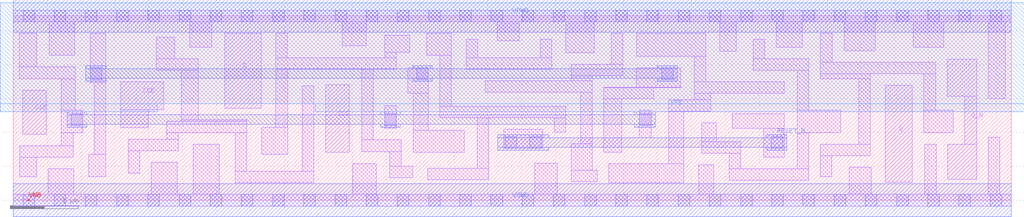
<source format=lef>
# Copyright 2020 The SkyWater PDK Authors
#
# Licensed under the Apache License, Version 2.0 (the "License");
# you may not use this file except in compliance with the License.
# You may obtain a copy of the License at
#
#     https://www.apache.org/licenses/LICENSE-2.0
#
# Unless required by applicable law or agreed to in writing, software
# distributed under the License is distributed on an "AS IS" BASIS,
# WITHOUT WARRANTIES OR CONDITIONS OF ANY KIND, either express or implied.
# See the License for the specific language governing permissions and
# limitations under the License.
#
# SPDX-License-Identifier: Apache-2.0

VERSION 5.7 ;
  NOWIREEXTENSIONATPIN ON ;
  DIVIDERCHAR "/" ;
  BUSBITCHARS "[]" ;
PROPERTYDEFINITIONS
  MACRO maskLayoutSubType STRING ;
  MACRO prCellType STRING ;
  MACRO originalViewName STRING ;
END PROPERTYDEFINITIONS
MACRO sky130_fd_sc_hdll__sdfrbp_2
  CLASS CORE ;
  FOREIGN sky130_fd_sc_hdll__sdfrbp_2 ;
  ORIGIN  0.000000  0.000000 ;
  SIZE  14.72000 BY  2.720000 ;
  SYMMETRY X Y R90 ;
  SITE unithd ;
  PIN CLK
    ANTENNAGATEAREA  0.277500 ;
    DIRECTION INPUT ;
    USE SIGNAL ;
    PORT
      LAYER li1 ;
        RECT 0.140000 0.975000 0.490000 1.625000 ;
    END
  END CLK
  PIN D
    ANTENNAGATEAREA  0.160200 ;
    DIRECTION INPUT ;
    USE SIGNAL ;
    PORT
      LAYER li1 ;
        RECT 3.120000 1.355000 3.655000 2.465000 ;
    END
  END D
  PIN Q
    ANTENNADIFFAREA  0.564000 ;
    DIRECTION OUTPUT ;
    USE SIGNAL ;
    PORT
      LAYER li1 ;
        RECT 12.860000 0.265000 13.260000 1.695000 ;
    END
  END Q
  PIN Q_N
    ANTENNADIFFAREA  0.494750 ;
    DIRECTION OUTPUT ;
    USE SIGNAL ;
    PORT
      LAYER li1 ;
        RECT 13.770000 1.535000 14.205000 2.080000 ;
        RECT 13.780000 0.310000 14.205000 0.825000 ;
        RECT 14.035000 0.825000 14.205000 1.535000 ;
    END
  END Q_N
  PIN RESET_B
    ANTENNAGATEAREA  0.277200 ;
    DIRECTION INPUT ;
    USE SIGNAL ;
    PORT
      LAYER met1 ;
        RECT  7.145000 0.735000  7.900000 0.780000 ;
        RECT  7.145000 0.780000 11.405000 0.920000 ;
        RECT  7.145000 0.920000  7.900000 0.965000 ;
        RECT 11.115000 0.735000 11.405000 0.780000 ;
        RECT 11.115000 0.920000 11.405000 0.965000 ;
    END
  END RESET_B
  PIN SCD
    ANTENNAGATEAREA  0.172800 ;
    DIRECTION INPUT ;
    USE SIGNAL ;
    PORT
      LAYER li1 ;
        RECT 4.610000 0.710000 4.955000 1.700000 ;
    END
  END SCD
  PIN SCE
    ANTENNAGATEAREA  0.467400 ;
    DIRECTION INPUT ;
    USE SIGNAL ;
    PORT
      LAYER li1 ;
        RECT 1.585000 1.070000 1.990000 1.335000 ;
        RECT 1.585000 1.335000 2.220000 1.745000 ;
    END
  END SCE
  PIN VGND
    ANTENNADIFFAREA  1.778050 ;
    DIRECTION INOUT ;
    USE SIGNAL ;
    PORT
      LAYER met1 ;
        RECT 0.000000 -0.240000 14.720000 0.240000 ;
    END
  END VGND
  PIN VPWR
    ANTENNADIFFAREA  2.269200 ;
    DIRECTION INOUT ;
    USE SIGNAL ;
    PORT
      LAYER met1 ;
        RECT 0.000000 2.480000 14.720000 2.960000 ;
    END
  END VPWR
  PIN VNB
    DIRECTION INOUT ;
    USE GROUND ;
    PORT
      LAYER pwell ;
        RECT 0.215000 -0.010000 0.235000 0.015000 ;
    END
  END VNB
  PIN VPB
    DIRECTION INOUT ;
    USE POWER ;
    PORT
      LAYER nwell ;
        RECT -0.190000 1.305000  2.120000 1.425000 ;
        RECT -0.190000 1.425000 14.910000 2.910000 ;
        RECT  4.455000 1.305000 14.910000 1.425000 ;
    END
  END VPB
  OBS
    LAYER li1 ;
      RECT  0.000000 -0.085000 14.720000 0.085000 ;
      RECT  0.000000  2.635000 14.720000 2.805000 ;
      RECT  0.090000  1.795000  0.915000 1.965000 ;
      RECT  0.090000  1.965000  0.345000 2.465000 ;
      RECT  0.095000  0.345000  0.345000 0.635000 ;
      RECT  0.095000  0.635000  0.885000 0.805000 ;
      RECT  0.515000  0.085000  0.895000 0.465000 ;
      RECT  0.530000  2.135000  0.910000 2.635000 ;
      RECT  0.710000  0.805000  0.885000 0.995000 ;
      RECT  0.710000  0.995000  1.025000 1.325000 ;
      RECT  0.710000  1.325000  0.915000 1.795000 ;
      RECT  1.115000  0.345000  1.365000 0.675000 ;
      RECT  1.135000  1.730000  1.365000 2.465000 ;
      RECT  1.195000  0.675000  1.365000 1.730000 ;
      RECT  1.695000  0.395000  1.865000 0.730000 ;
      RECT  1.695000  0.730000  2.435000 0.900000 ;
      RECT  2.035000  0.085000  2.415000 0.560000 ;
      RECT  2.110000  1.915000  2.730000 2.085000 ;
      RECT  2.110000  2.085000  2.380000 2.400000 ;
      RECT  2.265000  0.900000  2.435000 0.995000 ;
      RECT  2.265000  0.995000  3.445000 1.165000 ;
      RECT  2.475000  1.165000  3.445000 1.185000 ;
      RECT  2.475000  1.185000  2.730000 1.915000 ;
      RECT  2.600000  2.255000  2.930000 2.635000 ;
      RECT  2.655000  0.085000  3.035000 0.825000 ;
      RECT  3.275000  0.255000  4.435000 0.425000 ;
      RECT  3.275000  0.425000  3.445000 0.995000 ;
      RECT  3.665000  0.675000  4.045000 1.075000 ;
      RECT  3.870000  1.075000  4.045000 1.935000 ;
      RECT  3.870000  1.935000  5.650000 2.105000 ;
      RECT  3.870000  2.105000  4.040000 2.465000 ;
      RECT  4.265000  0.425000  4.435000 1.685000 ;
      RECT  4.855000  2.275000  5.205000 2.635000 ;
      RECT  5.005000  0.085000  5.350000 0.540000 ;
      RECT  5.140000  0.715000  5.720000 0.895000 ;
      RECT  5.140000  0.895000  5.310000 1.935000 ;
      RECT  5.480000  1.065000  5.650000 1.395000 ;
      RECT  5.480000  2.105000  5.650000 2.185000 ;
      RECT  5.480000  2.185000  5.850000 2.435000 ;
      RECT  5.550000  0.335000  5.890000 0.505000 ;
      RECT  5.550000  0.505000  5.720000 0.715000 ;
      RECT  5.820000  1.575000  6.120000 1.955000 ;
      RECT  5.900000  0.705000  6.650000 1.035000 ;
      RECT  5.900000  1.035000  6.120000 1.575000 ;
      RECT  6.095000  2.135000  6.460000 2.465000 ;
      RECT  6.110000  0.305000  7.010000 0.475000 ;
      RECT  6.290000  1.215000  8.150000 1.385000 ;
      RECT  6.290000  1.385000  6.460000 2.135000 ;
      RECT  6.680000  1.935000  7.940000 2.105000 ;
      RECT  6.680000  2.105000  6.850000 2.375000 ;
      RECT  6.840000  0.475000  7.010000 1.215000 ;
      RECT  6.960000  1.595000  8.540000 1.765000 ;
      RECT  7.135000  2.355000  7.465000 2.635000 ;
      RECT  7.230000  0.765000  7.810000 1.045000 ;
      RECT  7.690000  0.085000  8.020000 0.545000 ;
      RECT  7.770000  2.105000  7.940000 2.375000 ;
      RECT  7.980000  1.005000  8.150000 1.215000 ;
      RECT  8.150000  2.175000  8.570000 2.635000 ;
      RECT  8.230000  0.275000  8.610000 0.445000 ;
      RECT  8.230000  0.445000  8.540000 0.835000 ;
      RECT  8.230000  1.765000  8.540000 1.835000 ;
      RECT  8.230000  1.835000  8.985000 2.005000 ;
      RECT  8.370000  0.835000  8.540000 1.595000 ;
      RECT  8.710000  0.705000  8.970000 1.495000 ;
      RECT  8.710000  1.495000  9.445000 1.660000 ;
      RECT  8.710000  1.660000  9.845000 1.665000 ;
      RECT  8.780000  0.255000  9.890000 0.535000 ;
      RECT  8.815000  2.005000  8.985000 2.465000 ;
      RECT  9.185000  1.665000  9.845000 1.955000 ;
      RECT  9.195000  2.125000 10.215000 2.465000 ;
      RECT  9.235000  0.920000  9.405000 1.325000 ;
      RECT  9.670000  0.535000  9.890000 1.315000 ;
      RECT  9.670000  1.315000 10.285000 1.485000 ;
      RECT 10.040000  1.485000 10.285000 1.575000 ;
      RECT 10.040000  1.575000 11.370000 1.745000 ;
      RECT 10.040000  1.745000 10.215000 2.125000 ;
      RECT 10.110000  0.085000 10.330000 0.525000 ;
      RECT 10.150000  0.695000 10.730000 0.865000 ;
      RECT 10.150000  0.865000 10.370000 1.145000 ;
      RECT 10.415000  2.195000 10.665000 2.635000 ;
      RECT 10.560000  0.295000 11.730000 0.465000 ;
      RECT 10.560000  0.465000 10.730000 0.695000 ;
      RECT 10.600000  1.065000 11.370000 1.275000 ;
      RECT 10.910000  1.915000 11.730000 2.085000 ;
      RECT 10.910000  2.085000 11.080000 2.375000 ;
      RECT 11.065000  0.635000 11.370000 1.065000 ;
      RECT 11.255000  2.255000 11.635000 2.635000 ;
      RECT 11.560000  0.465000 11.730000 0.995000 ;
      RECT 11.560000  0.995000 12.205000 1.325000 ;
      RECT 11.560000  1.325000 11.730000 1.915000 ;
      RECT 11.900000  0.345000 12.070000 0.655000 ;
      RECT 11.900000  0.655000 12.640000 0.825000 ;
      RECT 11.900000  1.795000 12.640000 1.865000 ;
      RECT 11.900000  1.865000 13.600000 2.035000 ;
      RECT 11.900000  2.035000 12.075000 2.465000 ;
      RECT 12.255000  2.205000 12.715000 2.635000 ;
      RECT 12.325000  0.085000 12.655000 0.485000 ;
      RECT 12.465000  0.825000 12.640000 1.795000 ;
      RECT 13.270000  2.255000 13.725000 2.635000 ;
      RECT 13.430000  0.995000 13.865000 1.325000 ;
      RECT 13.430000  1.325000 13.600000 1.865000 ;
      RECT 13.440000  0.085000 13.610000 0.825000 ;
      RECT 14.375000  0.085000 14.545000 0.930000 ;
      RECT 14.375000  1.495000 14.625000 2.635000 ;
    LAYER mcon ;
      RECT  0.145000 -0.085000  0.315000 0.085000 ;
      RECT  0.145000  2.635000  0.315000 2.805000 ;
      RECT  0.605000 -0.085000  0.775000 0.085000 ;
      RECT  0.605000  2.635000  0.775000 2.805000 ;
      RECT  0.855000  1.105000  1.025000 1.275000 ;
      RECT  1.065000 -0.085000  1.235000 0.085000 ;
      RECT  1.065000  2.635000  1.235000 2.805000 ;
      RECT  1.135000  1.785000  1.305000 1.955000 ;
      RECT  1.525000 -0.085000  1.695000 0.085000 ;
      RECT  1.525000  2.635000  1.695000 2.805000 ;
      RECT  1.985000 -0.085000  2.155000 0.085000 ;
      RECT  1.985000  2.635000  2.155000 2.805000 ;
      RECT  2.445000 -0.085000  2.615000 0.085000 ;
      RECT  2.445000  2.635000  2.615000 2.805000 ;
      RECT  2.905000 -0.085000  3.075000 0.085000 ;
      RECT  2.905000  2.635000  3.075000 2.805000 ;
      RECT  3.365000 -0.085000  3.535000 0.085000 ;
      RECT  3.365000  2.635000  3.535000 2.805000 ;
      RECT  3.825000 -0.085000  3.995000 0.085000 ;
      RECT  3.825000  2.635000  3.995000 2.805000 ;
      RECT  4.285000 -0.085000  4.455000 0.085000 ;
      RECT  4.285000  2.635000  4.455000 2.805000 ;
      RECT  4.745000 -0.085000  4.915000 0.085000 ;
      RECT  4.745000  2.635000  4.915000 2.805000 ;
      RECT  5.205000 -0.085000  5.375000 0.085000 ;
      RECT  5.205000  2.635000  5.375000 2.805000 ;
      RECT  5.480000  1.105000  5.650000 1.275000 ;
      RECT  5.665000 -0.085000  5.835000 0.085000 ;
      RECT  5.665000  2.635000  5.835000 2.805000 ;
      RECT  5.950000  1.785000  6.120000 1.955000 ;
      RECT  6.125000 -0.085000  6.295000 0.085000 ;
      RECT  6.125000  2.635000  6.295000 2.805000 ;
      RECT  6.585000 -0.085000  6.755000 0.085000 ;
      RECT  6.585000  2.635000  6.755000 2.805000 ;
      RECT  7.045000 -0.085000  7.215000 0.085000 ;
      RECT  7.045000  2.635000  7.215000 2.805000 ;
      RECT  7.255000  0.765000  7.425000 0.935000 ;
      RECT  7.505000 -0.085000  7.675000 0.085000 ;
      RECT  7.505000  2.635000  7.675000 2.805000 ;
      RECT  7.615000  0.765000  7.785000 0.935000 ;
      RECT  7.965000 -0.085000  8.135000 0.085000 ;
      RECT  7.965000  2.635000  8.135000 2.805000 ;
      RECT  8.425000 -0.085000  8.595000 0.085000 ;
      RECT  8.425000  2.635000  8.595000 2.805000 ;
      RECT  8.885000 -0.085000  9.055000 0.085000 ;
      RECT  8.885000  2.635000  9.055000 2.805000 ;
      RECT  9.235000  1.105000  9.405000 1.275000 ;
      RECT  9.345000 -0.085000  9.515000 0.085000 ;
      RECT  9.345000  2.635000  9.515000 2.805000 ;
      RECT  9.565000  1.785000  9.735000 1.955000 ;
      RECT  9.805000 -0.085000  9.975000 0.085000 ;
      RECT  9.805000  2.635000  9.975000 2.805000 ;
      RECT 10.265000 -0.085000 10.435000 0.085000 ;
      RECT 10.265000  2.635000 10.435000 2.805000 ;
      RECT 10.725000 -0.085000 10.895000 0.085000 ;
      RECT 10.725000  2.635000 10.895000 2.805000 ;
      RECT 11.175000  0.765000 11.345000 0.935000 ;
      RECT 11.185000 -0.085000 11.355000 0.085000 ;
      RECT 11.185000  2.635000 11.355000 2.805000 ;
      RECT 11.645000 -0.085000 11.815000 0.085000 ;
      RECT 11.645000  2.635000 11.815000 2.805000 ;
      RECT 12.105000 -0.085000 12.275000 0.085000 ;
      RECT 12.105000  2.635000 12.275000 2.805000 ;
      RECT 12.565000 -0.085000 12.735000 0.085000 ;
      RECT 12.565000  2.635000 12.735000 2.805000 ;
      RECT 13.025000 -0.085000 13.195000 0.085000 ;
      RECT 13.025000  2.635000 13.195000 2.805000 ;
      RECT 13.485000 -0.085000 13.655000 0.085000 ;
      RECT 13.485000  2.635000 13.655000 2.805000 ;
      RECT 13.945000 -0.085000 14.115000 0.085000 ;
      RECT 13.945000  2.635000 14.115000 2.805000 ;
      RECT 14.405000 -0.085000 14.575000 0.085000 ;
      RECT 14.405000  2.635000 14.575000 2.805000 ;
    LAYER met1 ;
      RECT 0.795000 1.075000 1.085000 1.120000 ;
      RECT 0.795000 1.120000 9.465000 1.260000 ;
      RECT 0.795000 1.260000 1.085000 1.305000 ;
      RECT 1.070000 1.755000 1.370000 1.800000 ;
      RECT 1.070000 1.800000 9.795000 1.940000 ;
      RECT 1.070000 1.940000 1.370000 1.985000 ;
      RECT 5.420000 1.075000 5.710000 1.120000 ;
      RECT 5.420000 1.260000 5.710000 1.305000 ;
      RECT 5.890000 1.755000 6.180000 1.800000 ;
      RECT 5.890000 1.940000 6.180000 1.985000 ;
      RECT 9.155000 1.075000 9.465000 1.120000 ;
      RECT 9.155000 1.260000 9.465000 1.305000 ;
      RECT 9.500000 1.755000 9.795000 1.800000 ;
      RECT 9.500000 1.940000 9.795000 1.985000 ;
  END
  PROPERTY maskLayoutSubType "abstract" ;
  PROPERTY prCellType "standard" ;
  PROPERTY originalViewName "layout" ;
END sky130_fd_sc_hdll__sdfrbp_2
END LIBRARY

</source>
